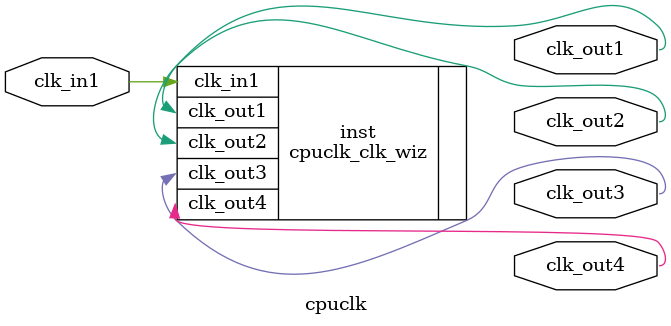
<source format=v>


`timescale 1ps/1ps

(* CORE_GENERATION_INFO = "cpuclk,clk_wiz_v5_4_3_0,{component_name=cpuclk,use_phase_alignment=true,use_min_o_jitter=false,use_max_i_jitter=false,use_dyn_phase_shift=false,use_inclk_switchover=false,use_dyn_reconfig=false,enable_axi=0,feedback_source=FDBK_AUTO,PRIMITIVE=PLL,num_out_clk=4,clkin1_period=10.000,clkin2_period=10.000,use_power_down=false,use_reset=false,use_locked=false,use_inclk_stopped=false,feedback_type=SINGLE,CLOCK_MGR_TYPE=NA,manual_override=false}" *)

module cpuclk 
 (
  // Clock out ports
  output        clk_out1,
  output        clk_out2,
  output        clk_out3,
  output        clk_out4,
 // Clock in ports
  input         clk_in1
 );

  cpuclk_clk_wiz inst
  (
  // Clock out ports  
  .clk_out1(clk_out1),
  .clk_out2(clk_out2),
  .clk_out3(clk_out3),
  .clk_out4(clk_out4),
 // Clock in ports
  .clk_in1(clk_in1)
  );

endmodule

</source>
